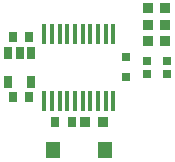
<source format=gtp>
%TF.GenerationSoftware,KiCad,Pcbnew,9.0.0*%
%TF.CreationDate,2025-02-28T17:52:26+00:00*%
%TF.ProjectId,vm_rgb_led_0.1,766d5f72-6762-45f6-9c65-645f302e312e,v0.1*%
%TF.SameCoordinates,PX5204180PY47868c0*%
%TF.FileFunction,Paste,Top*%
%TF.FilePolarity,Positive*%
%FSLAX46Y46*%
G04 Gerber Fmt 4.6, Leading zero omitted, Abs format (unit mm)*
G04 Created by KiCad (PCBNEW 9.0.0) date 2025-02-28 17:52:26*
%MOMM*%
%LPD*%
G01*
G04 APERTURE LIST*
%ADD10R,0.700000X1.000000*%
%ADD11R,0.800000X0.800000*%
%ADD12R,0.800000X0.900000*%
%ADD13R,0.810000X0.860000*%
%ADD14O,0.360000X1.740000*%
%ADD15R,1.230000X1.360000*%
%ADD16R,0.800000X0.700000*%
G04 APERTURE END LIST*
D10*
%TO.C,U2*%
X-5050000Y1200000D03*
X-6000000Y1200000D03*
X-6950000Y1200000D03*
X-6950000Y-1200000D03*
X-5050000Y-1200000D03*
%TD*%
D11*
%TO.C,D1*%
X3020000Y-850000D03*
X3020000Y850000D03*
%TD*%
D12*
%TO.C,C2*%
X-5170000Y2600000D03*
X-6570000Y2600000D03*
%TD*%
%TO.C,C3*%
X-5170000Y-2500000D03*
X-6570000Y-2500000D03*
%TD*%
D13*
%TO.C,R2*%
X6350000Y2200000D03*
X4850000Y2200000D03*
%TD*%
%TO.C,R4*%
X6350000Y3600000D03*
X4850000Y3600000D03*
%TD*%
D14*
%TO.C,U1*%
X-3910000Y-2870000D03*
X-3260000Y-2870000D03*
X-2610000Y-2870000D03*
X-1960000Y-2870000D03*
X-1300000Y-2870000D03*
X-650000Y-2870000D03*
X0Y-2870000D03*
X650000Y-2870000D03*
X1300000Y-2870000D03*
X1950000Y-2870000D03*
X1950000Y2870000D03*
X1300000Y2870000D03*
X650000Y2870000D03*
X0Y2870000D03*
X-650000Y2870000D03*
X-1300000Y2870000D03*
X-1960000Y2870000D03*
X-2610000Y2870000D03*
X-3260000Y2870000D03*
X-3910000Y2870000D03*
%TD*%
D15*
%TO.C,SW1*%
X1200000Y-7000000D03*
X-3160000Y-7000000D03*
%TD*%
D13*
%TO.C,R3*%
X6350000Y5000000D03*
X4850000Y5000000D03*
%TD*%
D12*
%TO.C,C1*%
X-2980000Y-4600000D03*
X-1580000Y-4600000D03*
%TD*%
D13*
%TO.C,R1*%
X-430000Y-4600000D03*
X1070000Y-4600000D03*
%TD*%
D16*
%TO.C,D2*%
X6450000Y-550000D03*
X4750000Y-550000D03*
X4750000Y550000D03*
X6450000Y550000D03*
%TD*%
M02*

</source>
